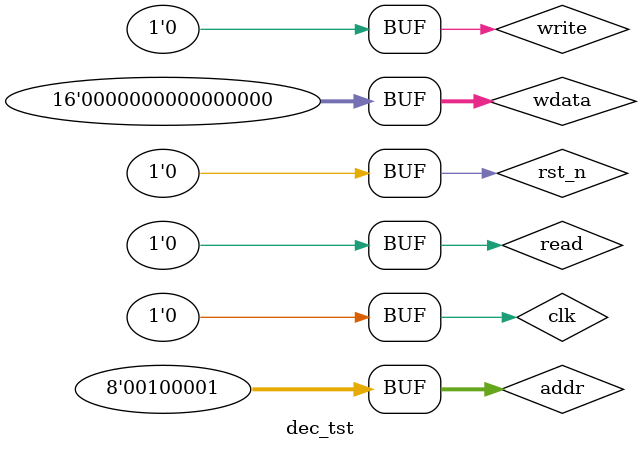
<source format=v>
`timescale 1ns / 1ps


module dec_tst;

	// Inputs
	reg clk;
	reg rst_n;
	reg [7:0] addr;
	reg read;
	reg write;
	reg [15:0] wdata;

	// Outputs
	wire [15:0] rdata;
	wire done;
	wire error;
	wire [15:0] select;
	wire [15:0] caesar_key;
	wire [15:0] scytale_key;
	wire [15:0] zigzag_key;

	// Instantiate the Unit Under Test (UUT)
	decryption_regfile uut (
		.clk(clk), 
		.rst_n(rst_n), 
		.addr(addr), 
		.read(read), 
		.write(write), 
		.wdata(wdata), 
		.rdata(rdata), 
		.done(done), 
		.error(error), 
		.select(select), 
		.caesar_key(caesar_key), 
		.scytale_key(scytale_key), 
		.zigzag_key(zigzag_key)
	);

	initial begin
		// Initialize Inputs
		clk = 0;
		rst_n = 0;
		addr = 8'h21;
		read = 0;
		write = 0;
		wdata = 0;

		// Wait 100 ns for global reset to finish
		#100;
        
		// Add stimulus here

	end
      
endmodule


</source>
